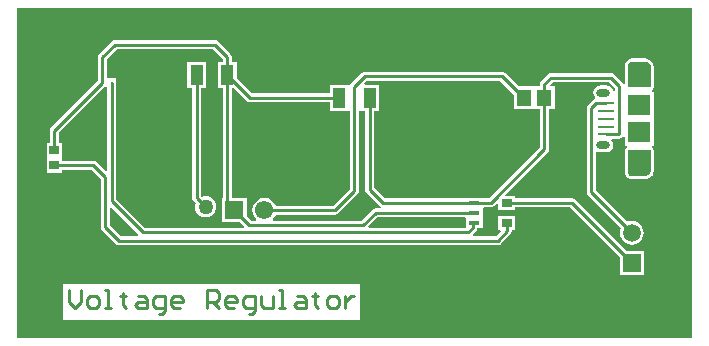
<source format=gtl>
G04*
G04 #@! TF.GenerationSoftware,Altium Limited,Altium Designer,20.0.2 (26)*
G04*
G04 Layer_Physical_Order=1*
G04 Layer_Color=255*
%FSLAX25Y25*%
%MOIN*%
G70*
G01*
G75*
%ADD12C,0.01000*%
%ADD13R,0.07480X0.07087*%
%ADD14R,0.05315X0.00675*%
%ADD15R,0.05315X0.00575*%
%ADD16R,0.04724X0.05709*%
%ADD17R,0.03740X0.02559*%
%ADD18R,0.03740X0.01259*%
%ADD19R,0.04331X0.06693*%
%ADD20R,0.01072X0.01072*%
%ADD21R,0.03197X0.02985*%
%ADD36O,0.04521X0.02834*%
%ADD37R,0.05906X0.05906*%
%ADD38C,0.05906*%
%ADD39C,0.06102*%
%ADD40R,0.06102X0.06102*%
%ADD41C,0.05000*%
G36*
X375000Y202500D02*
X150000D01*
Y312500D01*
X375000D01*
Y202500D01*
D02*
G37*
%LPC*%
G36*
X216000Y301729D02*
X182625D01*
X182040Y301613D01*
X181544Y301281D01*
X177344Y297081D01*
X177012Y296585D01*
X176896Y296000D01*
Y289036D01*
X176889D01*
Y288127D01*
X161419Y272656D01*
X161087Y272160D01*
X160971Y271575D01*
Y267429D01*
X159901D01*
Y262445D01*
Y257508D01*
X165099D01*
Y258471D01*
X174866D01*
X177971Y255366D01*
Y239400D01*
X178087Y238815D01*
X178419Y238319D01*
X182919Y233819D01*
X183415Y233487D01*
X184000Y233371D01*
X310300D01*
X310885Y233487D01*
X311381Y233819D01*
X314481Y236919D01*
X314813Y237415D01*
X314929Y238000D01*
Y238527D01*
X316197D01*
Y243087D01*
X310457D01*
Y238527D01*
X311111D01*
X311303Y238066D01*
X309666Y236429D01*
X302199D01*
X301992Y236929D01*
X302981Y237919D01*
X303313Y238415D01*
X303429Y239000D01*
Y239177D01*
X305370D01*
Y242437D01*
X305370D01*
Y242524D01*
X305370D01*
Y245783D01*
X305792Y245971D01*
X307900D01*
X308485Y246087D01*
X308981Y246419D01*
X309995Y247432D01*
X310457Y247240D01*
Y245220D01*
X316197D01*
Y245971D01*
X334366D01*
X351047Y229290D01*
Y223547D01*
X358953D01*
Y231453D01*
X353210D01*
X336081Y248581D01*
X335585Y248913D01*
X335000Y249029D01*
X316197D01*
Y249780D01*
X312996D01*
X312804Y250241D01*
X326928Y264365D01*
X327259Y264861D01*
X327376Y265446D01*
Y278646D01*
X329209D01*
Y286354D01*
X328024D01*
X327817Y286854D01*
X328633Y287671D01*
X347366D01*
X349271Y285767D01*
Y284636D01*
X349220Y284583D01*
X348911Y284619D01*
X348679Y284740D01*
X348593Y285175D01*
X348059Y285975D01*
X347259Y286509D01*
X346316Y286697D01*
X344629D01*
X343686Y286509D01*
X342886Y285975D01*
X342352Y285175D01*
X342164Y284232D01*
X342352Y283289D01*
X342817Y282593D01*
X342730Y282205D01*
X342645Y282049D01*
X342415Y282004D01*
X341919Y281672D01*
X340419Y280172D01*
X340087Y279676D01*
X339971Y279091D01*
Y251000D01*
X340087Y250415D01*
X340419Y249919D01*
X351341Y238996D01*
X351149Y238532D01*
X351013Y237500D01*
X351149Y236468D01*
X351547Y235507D01*
X352181Y234681D01*
X353007Y234047D01*
X353968Y233649D01*
X355000Y233513D01*
X356032Y233649D01*
X356993Y234047D01*
X357819Y234681D01*
X358453Y235507D01*
X358851Y236468D01*
X358987Y237500D01*
X358851Y238532D01*
X358453Y239493D01*
X357819Y240319D01*
X356993Y240953D01*
X356032Y241351D01*
X355000Y241487D01*
X353968Y241351D01*
X353504Y241159D01*
X343029Y251634D01*
Y264344D01*
X343470Y264580D01*
X343686Y264436D01*
X344629Y264248D01*
X346316D01*
X347259Y264436D01*
X348059Y264970D01*
X348593Y265770D01*
X348780Y266713D01*
X348593Y267656D01*
X348146Y268325D01*
X348337Y268825D01*
X350800D01*
X351385Y268941D01*
X351881Y269273D01*
X352213Y269769D01*
X352260Y270005D01*
X352760Y269955D01*
Y266402D01*
X353270D01*
X353363Y265946D01*
X353353Y265901D01*
X353039Y265691D01*
X352818Y265361D01*
X352740Y264970D01*
Y257314D01*
X352818Y256924D01*
X352998Y256490D01*
X353219Y256159D01*
X353551Y255827D01*
X353882Y255606D01*
X354316Y255426D01*
X354706Y255348D01*
X359663D01*
X360053Y255426D01*
X360777Y255726D01*
X361108Y255947D01*
X361661Y256501D01*
X361882Y256831D01*
X362182Y257555D01*
X362260Y257945D01*
Y264970D01*
X362182Y265361D01*
X361961Y265691D01*
X361647Y265901D01*
X361637Y265946D01*
X361730Y266402D01*
X362240D01*
Y275457D01*
Y284543D01*
X361730D01*
X361637Y284999D01*
X361647Y285043D01*
X361961Y285254D01*
X362182Y285584D01*
X362260Y285974D01*
Y293000D01*
X362182Y293390D01*
X361882Y294113D01*
X361661Y294444D01*
X361108Y294998D01*
X360777Y295219D01*
X360053Y295519D01*
X359663Y295596D01*
X354706D01*
X354316Y295519D01*
X353882Y295339D01*
X353551Y295118D01*
X353219Y294786D01*
X352998Y294455D01*
X352818Y294021D01*
X352740Y293631D01*
Y286897D01*
X352240Y286848D01*
X352213Y286985D01*
X351881Y287481D01*
X349081Y290281D01*
X348585Y290613D01*
X348000Y290729D01*
X328000D01*
X327415Y290613D01*
X326919Y290281D01*
X324765Y288128D01*
X324433Y287632D01*
X324317Y287046D01*
Y286354D01*
X317209D01*
X312781Y290781D01*
X312285Y291113D01*
X311700Y291229D01*
X266000D01*
X265415Y291113D01*
X264919Y290781D01*
X261419Y287281D01*
X261087Y286785D01*
X261047Y286585D01*
X260547Y286634D01*
Y286846D01*
X254216D01*
Y284029D01*
X228252D01*
X223284Y288998D01*
Y294346D01*
X221648D01*
Y296082D01*
X221531Y296667D01*
X221200Y297163D01*
X217081Y301281D01*
X216585Y301613D01*
X216000Y301729D01*
D02*
G37*
G36*
X264469Y220498D02*
X165500D01*
Y208501D01*
X264469D01*
Y220498D01*
D02*
G37*
%LPD*%
G36*
X360387Y294277D02*
X360941Y293723D01*
X361240Y293000D01*
Y292608D01*
Y285974D01*
X353760D01*
Y293396D01*
Y293631D01*
X353940Y294065D01*
X354272Y294397D01*
X354706Y294577D01*
X359663D01*
X360387Y294277D01*
D02*
G37*
G36*
X179961Y285964D02*
X180045Y285499D01*
Y258271D01*
X179584Y258079D01*
X176581Y261081D01*
X176085Y261413D01*
X175500Y261529D01*
X165099D01*
Y267429D01*
X164029D01*
Y270941D01*
X179052Y285964D01*
X179961D01*
D02*
G37*
G36*
X361240Y258337D02*
Y257945D01*
X360941Y257222D01*
X360387Y256668D01*
X359663Y256368D01*
X354706D01*
X354272Y256548D01*
X353940Y256880D01*
X353760Y257314D01*
Y257549D01*
Y264970D01*
X361240D01*
Y258337D01*
D02*
G37*
G36*
X315791Y283446D02*
Y278646D01*
X324317D01*
Y266080D01*
X307266Y249029D01*
X305370D01*
Y249130D01*
X299630D01*
Y249029D01*
X272634D01*
X269148Y252515D01*
Y278153D01*
X270784D01*
Y286846D01*
X265963D01*
X265771Y287308D01*
X266634Y288171D01*
X311067D01*
X315791Y283446D01*
D02*
G37*
G36*
X226537Y281419D02*
X227033Y281087D01*
X227618Y280971D01*
X254216D01*
Y278153D01*
X260547D01*
Y278153D01*
X260971Y277969D01*
Y252133D01*
X255366Y246529D01*
X236251D01*
X236039Y247043D01*
X235389Y247889D01*
X234543Y248539D01*
X233558Y248947D01*
X232500Y249086D01*
X231442Y248947D01*
X230457Y248539D01*
X229611Y247889D01*
X228961Y247043D01*
X228553Y246058D01*
X228414Y245000D01*
X228553Y243942D01*
X228961Y242957D01*
X229611Y242111D01*
X229751Y242003D01*
X229590Y241529D01*
X228134D01*
X226551Y243112D01*
Y249051D01*
X221648D01*
Y285653D01*
X222302D01*
X226537Y281419D01*
D02*
G37*
G36*
X266089Y251882D02*
X266205Y251296D01*
X266537Y250800D01*
X270919Y246419D01*
X271271Y246183D01*
X271119Y245683D01*
X269554D01*
X268968Y245567D01*
X268472Y245235D01*
X264767Y241529D01*
X235410D01*
X235249Y242003D01*
X235389Y242111D01*
X236039Y242957D01*
X236251Y243471D01*
X256000D01*
X256585Y243587D01*
X257081Y243919D01*
X263581Y250419D01*
X263913Y250915D01*
X264029Y251500D01*
Y277969D01*
X264453Y278153D01*
Y278153D01*
X266089D01*
Y251882D01*
D02*
G37*
G36*
X299630Y242437D02*
Y239177D01*
X299150Y239129D01*
X267346D01*
X267154Y239591D01*
X270187Y242624D01*
X299208D01*
X299630Y242437D01*
D02*
G37*
G36*
X218589Y295448D02*
Y294346D01*
X216953D01*
Y285653D01*
X218589D01*
Y249051D01*
X218449D01*
Y240949D01*
X224388D01*
X225746Y239591D01*
X225554Y239129D01*
X192633D01*
X183104Y248659D01*
Y285964D01*
X183111D01*
Y289036D01*
X180039D01*
X179955Y289501D01*
Y295367D01*
X183259Y298671D01*
X215367D01*
X218589Y295448D01*
D02*
G37*
G36*
X190508Y236929D02*
X190301Y236429D01*
X184634D01*
X181029Y240034D01*
Y245754D01*
X181491Y245946D01*
X190508Y236929D01*
D02*
G37*
%LPC*%
G36*
X213047Y294346D02*
X206716D01*
Y285653D01*
X208352D01*
Y249218D01*
X208469Y248633D01*
X208800Y248137D01*
X209588Y247349D01*
X209490Y247114D01*
X209370Y246200D01*
X209490Y245286D01*
X209843Y244435D01*
X210404Y243704D01*
X211135Y243143D01*
X211986Y242790D01*
X212900Y242670D01*
X213814Y242790D01*
X214665Y243143D01*
X215396Y243704D01*
X215957Y244435D01*
X216310Y245286D01*
X216430Y246200D01*
X216310Y247114D01*
X215957Y247965D01*
X215396Y248696D01*
X214665Y249257D01*
X213814Y249610D01*
X212900Y249730D01*
X211986Y249610D01*
X211751Y249512D01*
X211411Y249852D01*
Y285653D01*
X213047D01*
Y294346D01*
D02*
G37*
%LPD*%
D12*
X301900Y239000D02*
Y240807D01*
X313400Y238000D02*
Y240807D01*
X343000Y280591D02*
X346457D01*
X341500Y279091D02*
X343000Y280591D01*
X341500Y251000D02*
Y279091D01*
Y251000D02*
X355000Y237500D01*
X269554Y244154D02*
X302500D01*
X265400Y240000D02*
X269554Y244154D01*
X227500Y240000D02*
X265400D01*
X222500Y245000D02*
X227500Y240000D01*
X220118Y247382D02*
Y290000D01*
Y247382D02*
X222500Y245000D01*
X227618Y282500D02*
X257382D01*
X220118Y290000D02*
X227618Y282500D01*
X209882Y249218D02*
X212900Y246200D01*
X209882Y249218D02*
Y290000D01*
X162500Y260000D02*
X175500D01*
X179500Y256000D01*
Y239400D02*
Y256000D01*
Y239400D02*
X184000Y234900D01*
X310300D01*
X313400Y238000D01*
X313327Y240807D02*
X313400D01*
X325846Y282500D02*
Y287046D01*
X328000Y289200D01*
X348000D01*
X350800Y286400D01*
Y270354D02*
Y286400D01*
X346457Y270354D02*
X350800D01*
X232500Y245000D02*
X256000D01*
X262500Y251500D01*
Y286200D01*
X266000Y289700D01*
X311700D01*
X318900Y282500D01*
X319154D01*
X267618Y251882D02*
Y282500D01*
Y251882D02*
X272000Y247500D01*
X302500D01*
X301900Y240807D02*
X302500D01*
X300500Y237600D02*
X301900Y239000D01*
X192000Y237600D02*
X300500D01*
X181575Y248025D02*
X192000Y237600D01*
X181575Y248025D02*
Y287500D01*
X162500Y271575D02*
X178425Y287500D01*
X162500Y264937D02*
Y271575D01*
X325846Y265446D02*
Y282500D01*
X307900Y247500D02*
X325846Y265446D01*
X302500Y247500D02*
X307900D01*
X313327D02*
X335000D01*
X355000Y227500D01*
X220118Y290000D02*
Y296082D01*
X216000Y300200D02*
X220118Y296082D01*
X182625Y300200D02*
X216000D01*
X178425Y296000D02*
X182625Y300200D01*
X178425Y287500D02*
Y296000D01*
X167500Y218498D02*
Y214499D01*
X169499Y212500D01*
X171499Y214499D01*
Y218498D01*
X174498Y212500D02*
X176497D01*
X177497Y213500D01*
Y215499D01*
X176497Y216499D01*
X174498D01*
X173498Y215499D01*
Y213500D01*
X174498Y212500D01*
X179496D02*
X181495D01*
X180496D01*
Y218498D01*
X179496D01*
X185494Y217498D02*
Y216499D01*
X184494D01*
X186494D01*
X185494D01*
Y213500D01*
X186494Y212500D01*
X190493Y216499D02*
X192492D01*
X193492Y215499D01*
Y212500D01*
X190493D01*
X189493Y213500D01*
X190493Y214499D01*
X193492D01*
X197490Y210501D02*
X198490D01*
X199490Y211500D01*
Y216499D01*
X196491D01*
X195491Y215499D01*
Y213500D01*
X196491Y212500D01*
X199490D01*
X204488D02*
X202489D01*
X201489Y213500D01*
Y215499D01*
X202489Y216499D01*
X204488D01*
X205488Y215499D01*
Y214499D01*
X201489D01*
X213485Y212500D02*
Y218498D01*
X216484D01*
X217484Y217498D01*
Y215499D01*
X216484Y214499D01*
X213485D01*
X215484D02*
X217484Y212500D01*
X222482D02*
X220483D01*
X219483Y213500D01*
Y215499D01*
X220483Y216499D01*
X222482D01*
X223482Y215499D01*
Y214499D01*
X219483D01*
X227481Y210501D02*
X228480D01*
X229480Y211500D01*
Y216499D01*
X226481D01*
X225481Y215499D01*
Y213500D01*
X226481Y212500D01*
X229480D01*
X231479Y216499D02*
Y213500D01*
X232479Y212500D01*
X235478D01*
Y216499D01*
X237477Y212500D02*
X239477D01*
X238477D01*
Y218498D01*
X237477D01*
X243475Y216499D02*
X245475D01*
X246474Y215499D01*
Y212500D01*
X243475D01*
X242476Y213500D01*
X243475Y214499D01*
X246474D01*
X249474Y217498D02*
Y216499D01*
X248474D01*
X250473D01*
X249474D01*
Y213500D01*
X250473Y212500D01*
X254472D02*
X256471D01*
X257471Y213500D01*
Y215499D01*
X256471Y216499D01*
X254472D01*
X253472Y215499D01*
Y213500D01*
X254472Y212500D01*
X259470Y216499D02*
Y212500D01*
Y214499D01*
X260470Y215499D01*
X261470Y216499D01*
X262469D01*
D13*
X357500Y280000D02*
D03*
Y270945D02*
D03*
D14*
X346457Y270354D02*
D03*
Y280591D02*
D03*
Y272913D02*
D03*
Y275472D02*
D03*
D15*
Y278032D02*
D03*
D16*
X319154Y282500D02*
D03*
X325846D02*
D03*
D17*
X313327Y247500D02*
D03*
Y240807D02*
D03*
D18*
X302500D02*
D03*
Y244154D02*
D03*
Y247500D02*
D03*
D19*
X267618Y282500D02*
D03*
X257382D02*
D03*
X209882Y290000D02*
D03*
X220118D02*
D03*
D20*
X178425Y287500D02*
D03*
X181575D02*
D03*
D21*
X162500Y264937D02*
D03*
Y260000D02*
D03*
D36*
X345472Y284232D02*
D03*
Y266713D02*
D03*
D37*
X355000Y227500D02*
D03*
D38*
Y237500D02*
D03*
D39*
X232500Y245000D02*
D03*
D40*
X222500D02*
D03*
D41*
X212900Y246200D02*
D03*
M02*

</source>
